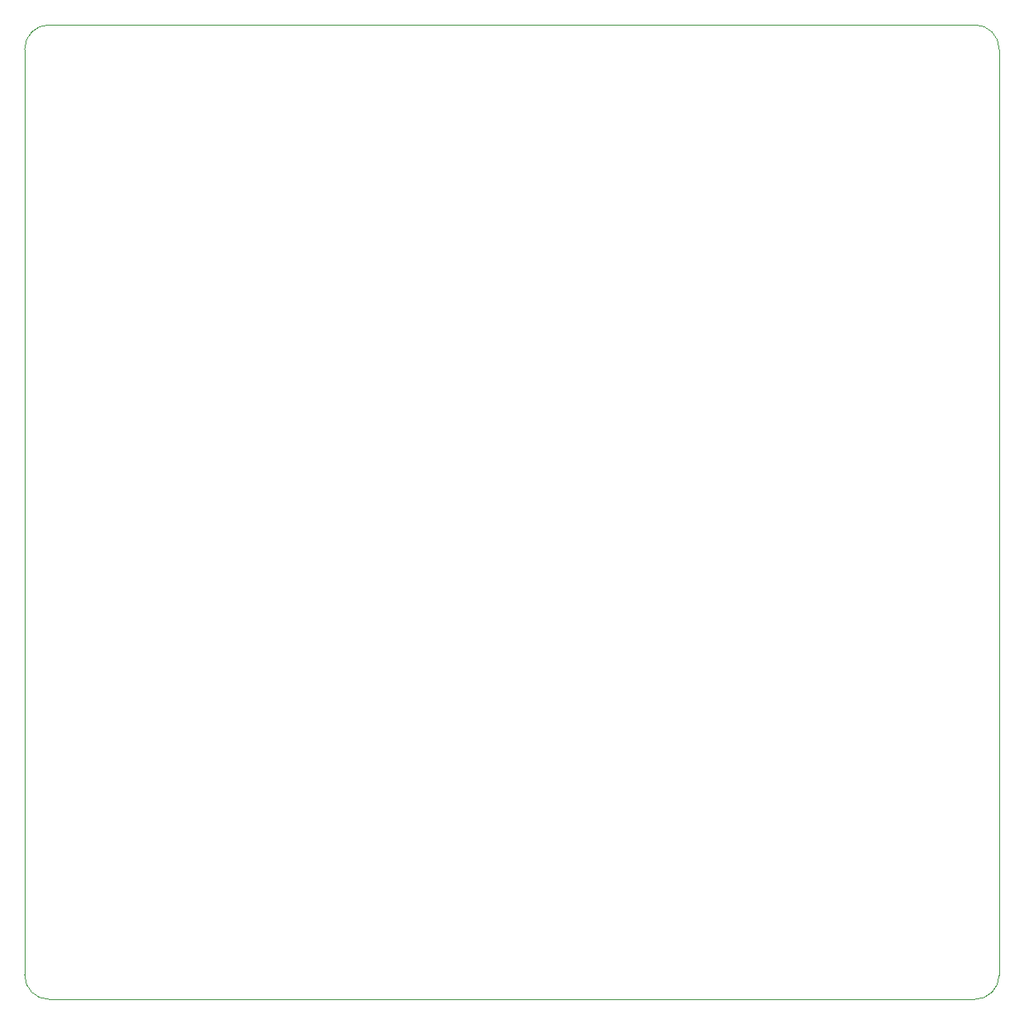
<source format=gm1>
G04 #@! TF.GenerationSoftware,KiCad,Pcbnew,(5.1.10)-1*
G04 #@! TF.CreationDate,2021-07-30T10:40:04+01:00*
G04 #@! TF.ProjectId,JoypadController,4a6f7970-6164-4436-9f6e-74726f6c6c65,rev?*
G04 #@! TF.SameCoordinates,Original*
G04 #@! TF.FileFunction,Profile,NP*
%FSLAX46Y46*%
G04 Gerber Fmt 4.6, Leading zero omitted, Abs format (unit mm)*
G04 Created by KiCad (PCBNEW (5.1.10)-1) date 2021-07-30 10:40:04*
%MOMM*%
%LPD*%
G01*
G04 APERTURE LIST*
G04 #@! TA.AperFunction,Profile*
%ADD10C,0.050000*%
G04 #@! TD*
G04 APERTURE END LIST*
D10*
X200000000Y-147500000D02*
X200000000Y-52500000D01*
X102500000Y-150000000D02*
X197500000Y-150000000D01*
X100000000Y-52500000D02*
X100000000Y-147500000D01*
X197500000Y-50000000D02*
X102500000Y-50000000D01*
X102500000Y-150000000D02*
G75*
G02*
X100000000Y-147500000I0J2500000D01*
G01*
X100000000Y-52500000D02*
G75*
G02*
X102500000Y-50000000I2500000J0D01*
G01*
X197500000Y-50000000D02*
G75*
G02*
X200000000Y-52500000I0J-2500000D01*
G01*
X200000000Y-147500000D02*
G75*
G02*
X197500000Y-150000000I-2500000J0D01*
G01*
M02*

</source>
